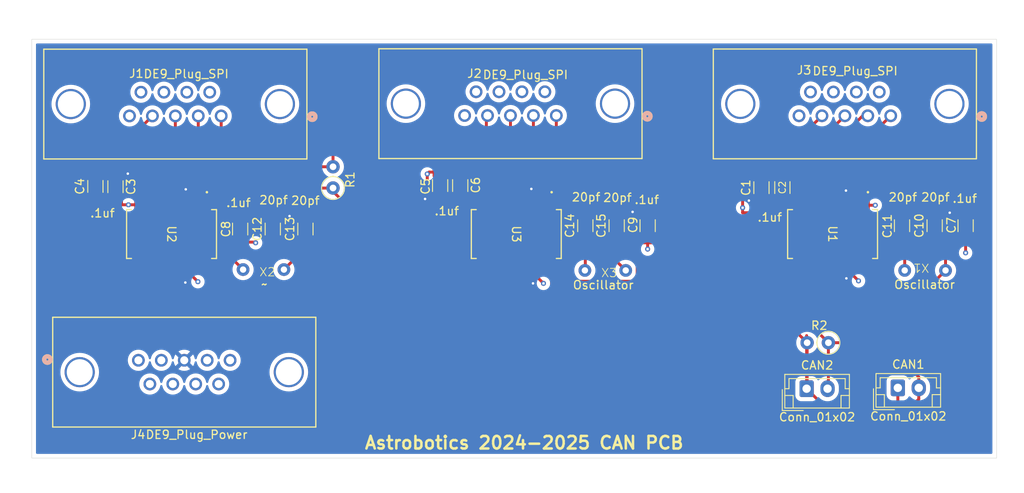
<source format=kicad_pcb>
(kicad_pcb (version 20240108) (generator "pcbnew") (generator_version "8.0")
  (layers (0 "F.Cu" signal) (1 "In1.Cu" signal) (2 "In2.Cu" signal) (31 "B.Cu" signal) (34 "B.Paste" user) (35 "F.Paste" user) (36 "B.SilkS" user "B.Silkscreen") (37 "F.SilkS" user "F.Silkscreen") (38 "B.Mask" user) (39 "F.Mask" user) (44 "Edge.Cuts" user))
  (net 0 "")
  (net 1 "GND")
  (net 2 "3.3v")
  (net 3 "5v")
  (net 4 "Net-(U1-OSC1)")
  (net 5 "Net-(U1-OSC2)")
  (net 6 "Net-(U2-OSC1)")
  (net 7 "Net-(U2-OSC2)")
  (net 8 "Net-(U3-OSC1)")
  (net 9 "Net-(U3-OSC2)")
  (net 10 "Net-(CAN1-Pin_2)")
  (net 11 "Net-(CAN1-Pin_1)")
  (net 12 "SDO PI")
  (net 16 "Chip Select")
  (net 17 "SDI PI")
  (net 20 "SPI Clock")
  (net 23 "SDO PI 2")
  (net 24 "SPI Clock 2")
  (net 28 "SDI PI 2")
  (net 29 "Chip Select 2")
  (net 30 "Chip Select 3")
  (net 32 "SPI Clock 3")
  (net 34 "SDI PI 3")
  (net 36 "SDO PI 3")
  (net 49 "Net-(U1-TXCAN)")
  (net 53 "Net-(U1-RXCAN)")
  (net 65 "Net-(U2-TXCAN)")
  (net 67 "Net-(U2-RXCAN)")
  (net 69 "Net-(U3-TXCAN)")
  (net 77 "Net-(U3-RXCAN)")
  (footprint "Capacitor_SMD:C_1206_3216Metric_Pad1.33x1.80mm_HandSolder" (layer "F.Cu") (at 108 31.4375 -90)
    (property "Reference" "C2" (hide yes))
    (property "Value" ".1uf" (hide yes))
  )
  (footprint "Library_costume:28L-SSOP_MCH" (layer "F.Cu") (at 76.2 37 -90)
    (property "Reference" "U3")
    (property "Value" "MCP251863T-H/SS")
  )
  (footprint "Capacitor_SMD:C_1206_3216Metric_Pad1.33x1.80mm_HandSolder" (layer "F.Cu") (at 47.1 36.4 90)
    (property "Reference" "C12")
    (property "Value" "20pf")
  )
  (footprint "Library_costume:CONN_64TXLF_AMP" (layer "F.Cu") (at 120.95 22.85 180)
    (property "Reference" "J3")
    (property "Value" "DE9_Plug_SPI")
  )
  (footprint "Capacitor_SMD:C_1206_3216Metric_Pad1.33x1.80mm_HandSolder" (layer "F.Cu") (at 67.1 31.2 90)
    (property "Reference" "C5")
    (property "Value" ".1uf" (hide yes))
  )
  (footprint "Connector_JST:JST_EH_B2B-EH-A_1x02_P2.50mm_Vertical" (layer "F.Cu") (at 121.8 55.4)
    (property "Reference" "CAN1")
    (property "Value" "Conn_01x02")
  )
  (footprint "Capacitor_SMD:C_1206_3216Metric_Pad1.33x1.80mm_HandSolder" (layer "F.Cu") (at 43.2 36.4 -90)
    (property "Reference" "C8")
    (property "Value" ".1uf")
  )
  (footprint "Capacitor_SMD:C_1206_3216Metric_Pad1.33x1.80mm_HandSolder" (layer "F.Cu") (at 28.3 31.3375 -90)
    (property "Reference" "C3")
    (property "Value" ".1uf")
  )
  (footprint "Library_costume:FC4STCBMF20.0" (layer "F.Cu") (at 84.3 41.35)
    (property "Reference" "X3")
    (property "Value" "~" (hide yes))
  )
  (footprint "Connector_JST:JST_EH_B2B-EH-A_1x02_P2.50mm_Vertical" (layer "F.Cu") (at 110.9 55.5)
    (property "Reference" "CAN2")
    (property "Value" "Conn_01x02")
  )
  (footprint "Capacitor_SMD:C_1206_3216Metric_Pad1.33x1.80mm_HandSolder" (layer "F.Cu") (at 88.2 36 90)
    (property "Reference" "C15")
    (property "Value" "20pf")
  )
  (footprint "Library_costume:CONN_64TXLF_AMP" (layer "F.Cu") (at 31.040002 52.1)
    (property "Reference" "J4")
    (property "Value" "DE9_Plug_Power")
  )
  (footprint "Resistor_THT:R_Axial_DIN0207_L6.3mm_D2.5mm_P2.54mm_Vertical" (layer "F.Cu") (at 54.3 31.49 90)
    (property "Reference" "R1")
    (property "Value" "120" (hide yes))
  )
  (footprint "Capacitor_SMD:C_1206_3216Metric_Pad1.33x1.80mm_HandSolder" (layer "F.Cu") (at 25.9 31.3 90)
    (property "Reference" "C4")
    (property "Value" ".1uf" (hide yes))
  )
  (footprint "Library_costume:CONN_64TXLF_AMP" (layer "F.Cu") (at 40.9353 22.8703 180)
    (property "Reference" "J1")
    (property "Value" "DE9_Plug_SPI")
  )
  (footprint "Library_costume:FC4STCBMF20.0" (layer "F.Cu") (at 127.6 41.35 180)
    (property "Reference" "X1")
    (property "Value" "~" (hide yes))
  )
  (footprint "Capacitor_SMD:C_1206_3216Metric_Pad1.33x1.80mm_HandSolder" (layer "F.Cu") (at 69.5 31.2 -90)
    (property "Reference" "C6")
    (property "Value" ".1uf")
  )
  (footprint "Capacitor_SMD:C_1206_3216Metric_Pad1.33x1.80mm_HandSolder" (layer "F.Cu") (at 91.9 36 -90)
    (property "Reference" "C9")
    (property "Value" ".1uf")
  )
  (footprint "Library_costume:FC4STCBMF20.0" (layer "F.Cu") (at 43.45 41.25)
    (property "Reference" "X2")
    (property "Value" "~")
  )
  (footprint "Library_costume:28L-SSOP_MCH" (layer "F.Cu") (at 35 37 -90)
    (property "Reference" "U2")
    (property "Value" "MCP251863T-H/SS")
  )
  (footprint "Capacitor_SMD:C_1206_3216Metric_Pad1.33x1.80mm_HandSolder" (layer "F.Cu") (at 105.5 31.45 90)
    (property "Reference" "C1")
    (property "Value" ".1uf")
  )
  (footprint "Capacitor_SMD:C_1206_3216Metric_Pad1.33x1.80mm_HandSolder" (layer "F.Cu") (at 129.9 36 -90)
    (property "Reference" "C7")
    (property "Value" ".1uf")
  )
  (footprint "Capacitor_SMD:C_1206_3216Metric_Pad1.33x1.80mm_HandSolder" (layer "F.Cu") (at 51 36.4 90)
    (property "Reference" "C13")
    (property "Value" "20pf")
  )
  (footprint "Capacitor_SMD:C_1206_3216Metric_Pad1.33x1.80mm_HandSolder" (layer "F.Cu") (at 122.3 36 90)
    (property "Reference" "C11")
    (property "Value" "20pf")
  )
  (footprint "Library_costume:28L-SSOP_MCH" (layer "F.Cu") (at 114 37 -90)
    (property "Reference" "U1")
    (property "Value" "MCP251863T-H/SS")
  )
  (footprint "Capacitor_SMD:C_1206_3216Metric_Pad1.33x1.80mm_HandSolder" (layer "F.Cu") (at 126.2 36 90)
    (property "Reference" "C10")
    (property "Value" "20pf")
  )
  (footprint "Capacitor_SMD:C_1206_3216Metric_Pad1.33x1.80mm_HandSolder" (layer "F.Cu") (at 84.45 36 90)
    (property "Reference" "C14")
    (property "Value" "20pf")
  )
  (footprint "Library_costume:CONN_64TXLF_AMP" (layer "F.Cu") (at 80.9853 22.8203 180)
    (property "Reference" "J2")
    (property "Value" "DE9_Plug_SPI")
  )
  (footprint "Resistor_THT:R_Axial_DIN0207_L6.3mm_D2.5mm_P2.54mm_Vertical" (layer "F.Cu") (at 113.5 50 180)
    (property "Reference" "R2")
    (property "Value" "120" (hide yes))
  )
  (gr_rect (start 18.3 13.7) (end 133.6 63.8) (stroke (width 0.05)) (fill none) (layer "Edge.Cuts"))
  (gr_text "Astrobotics 2024-2025 CAN PCB" (at 57.95 62.85 0) (layer "F.SilkS") (effects (font (size 1.5 1.5) (thickness 0.3) (bold yes)) (justify left bottom)))
  (segment (start 36.625001 40.500001) (end 36.625001 42.775001) (width 0.35) (layer "F.Cu") (net 1))
  (segment (start 105.4875 33) (end 105.5 33.0125) (width 0.35) (layer "F.Cu") (net 1))
  (segment (start 127.9875 34.4375) (end 128 34.45) (width 0.35) (layer "F.Cu") (net 1))
  (segment (start 78.0693 39) (end 77.825001 39.244299) (width 0.35) (layer "F.Cu") (net 1))
  (segment (start 105.5125 33) (end 105.5 33.0125) (width 0.35) (layer "F.Cu") (net 1))
  (segment (start 90.625 38.24081) (end 90.65 38.26581) (width 0.35) (layer "F.Cu") (net 1))
  (segment (start 67.1 32.7625) (end 65.3375 32.7625) (width 0.35) (layer "F.Cu") (net 1))
  (segment (start 77.825001 31.774999) (end 78 31.6) (width 0.35) (layer "F.Cu") (net 1))
  (segment (start 77.825001 32.025001) (end 77.825001 31.774999) (width 0.35) (layer "F.Cu") (net 1))
  (segment (start 115.625001 31.825001) (end 115.625001 33.499999) (width 0.35) (layer "F.Cu") (net 1))
  (segment (start 126.2 34.4375) (end 122.3 34.4375) (width 0.35) (layer "F.Cu") (net 1))
  (segment (start 77.825001 41.777101) (end 77.825001 42.525001) (width 0.35) (layer "F.Cu") (net 1))
  (segment (start 90.65 42.05) (end 90.05 42.65) (width 0.35) (layer "F.Cu") (net 1))
  (segment (start 88.2 34.4375) (end 84.45 34.4375) (width 0.35) (layer "F.Cu") (net 1))
  (segment (start 35.325001 40.500001) (end 35.325001 39.424999) (width 0.35) (layer "F.Cu") (net 1))
  (segment (start 76.525001 40.500001) (end 76.525001 39.372901) (width 0.2) (layer "F.Cu") (net 1))
  (segment (start 115.625001 41.998069) (end 115.503599 42.119471) (width 0.2) (layer "F.Cu") (net 1))
  (segment (start 81.4 39) (end 78.0693 39) (width 0.35) (layer "F.Cu") (net 1))
  (segment (start 36.625001 38.974999) (end 36.625001 40.500001) (width 0.35) (layer "F.Cu") (net 1))
  (segment (start 115.65 41.8521) (end 115.65 42.3) (width 0.35) (layer "F.Cu") (net 1))
  (segment (start 77.825001 42.525001) (end 78.2 42.9) (width 0.35) (layer "F.Cu") (net 1))
  (segment (start 25.9375 29.775) (end 25.9 29.7375) (width 0.35) (layer "F.Cu") (net 1))
  (segment (start 77.825001 33.499999) (end 77.825001 32.025001) (width 0.35) (layer "F.Cu") (net 1))
  (segment (start 88.2 34.4375) (end 90.0125 34.4375) (width 0.35) (layer "F.Cu") (net 1))
  (segment (start 69.5104 32.7625) (end 69.5 32.7625) (width 0.35) (layer "F.Cu") (net 1))
  (segment (start 28.3 29.775) (end 25.9375 29.775) (width 0.35) (layer "F.Cu") (net 1))
  (segment (start 115.6 31.8) (end 115.625001 31.825001) (width 0.35) (layer "F.Cu") (net 1))
  (segment (start 36.625001 42.775001) (end 36.65 42.8) (width 0.35) (layer "F.Cu") (net 1))
  (segment (start 81.4 42.173501) (end 81.4 39) (width 0.35) (layer "F.Cu") (net 1))
  (segment (start 126.2 34.4375) (end 127.9875 34.4375) (width 0.35) (layer "F.Cu") (net 1))
  (segment (start 104 33) (end 105.4875 33) (width 0.35) (layer "F.Cu") (net 1))
  (segment (start 49.1125 34.8375) (end 49.1 34.85) (width 0.35) (layer "F.Cu") (net 1))
  (segment (start 35.8 38.95) (end 36.600002 38.95) (width 0.35) (layer "F.Cu") (net 1))
  (segment (start 115.625001 41.777101) (end 115.600001 41.802101) (width 0.35) (layer "F.Cu") (net 1))
  (segment (start 35.325001 39.424999) (end 35.8 38.95) (width 0.35) (layer "F.Cu") (net 1))
  (segment (start 65.3375 32.7625) (end 65.3 32.8) (width 0.35) (layer "F.Cu") (net 1))
  (segment (start 128.0125 34.4375) (end 128 34.45) (width 0.35) (layer "F.Cu") (net 1))
  (segment (start 36.724999 32.300002) (end 36.625001 32.4) (width 0.35) (layer "F.Cu") (net 1))
  (segment (start 115.503599 42.119471) (end 115.503599 39.272901) (width 0.2) (layer "F.Cu") (net 1))
  (segment (start 91.9 34.4375) (end 90.625 35.7125) (width 0.35) (layer "F.Cu") (net 1))
  (segment (start 115.625001 40.500001) (end 115.625001 41.998069) (width 0.2) (layer "F.Cu") (net 1))
  (segment (start 122.3 33.85) (end 122.3 34.4375) (width 0.35) (layer "F.Cu") (net 1))
  (segment (start 114.325001 39.394299) (end 114.325001 40.500001) (width 0.2) (layer "F.Cu") (net 1))
  (segment (start 90.65 38.26581) (end 90.65 42.05) (width 0.35) (layer "F.Cu") (net 1))
  (segment (start 115.625001 40.500001) (end 115.625001 41.777101) (width 0.35) (layer "F.Cu") (net 1))
  (segment (start 47.1 34.8375) (end 43.2 34.8375) (width 0.35) (layer "F.Cu") (net 1))
  (segment (start 36.625001 32.4) (end 36.625001 32.222899) (width 0.35) (layer "F.Cu") (net 1))
  (segment (start 36.7 31.65) (end 36.724999 31.674999) (width 0.35) (layer "F.Cu") (net 1))
  (segment (start 90.05 42.65) (end 81.876499 42.65) (width 0.35) (layer "F.Cu") (net 1))
  (segment (start 90.625 35.7125) (end 90.625 38.24081) (width 0.35) (layer "F.Cu") (net 1))
  (segment (start 47.1 34.8375) (end 49.0875 34.8375) (width 0.35) (layer "F.Cu") (net 1))
  (segment (start 91.9 34.4375) (end 90.1875 34.4375) (width 0.35) (layer "F.Cu") (net 1))
  (segment (start 36.625001 33.499999) (end 36.625001 32.4) (width 0.35) (layer "F.Cu") (net 1))
  (segment (start 115.503599 39.272901) (end 114.446399 39.272901) (width 0.2) (layer "F.Cu") (net 1))
  (segment (start 115.600001 41.802101) (end 115.65 41.8521) (width 0.35) (layer "F.Cu") (net 1))
  (segment (start 114.446399 39.272901) (end 114.325001 39.394299) (width 0.2) (layer "F.Cu") (net 1))
  (segment (start 36.600002 38.95) (end 36.625001 38.974999) (width 0.35) (layer "F.Cu") (net 1))
  (segment (start 77.825001 40.500001) (end 77.825001 41.777101) (width 0.35) (layer "F.Cu") (net 1))
  (segment (start 49.0875 34.8375) (end 49.1 34.85) (width 0.35) (layer "F.Cu") (net 1))
  (segment (start 29.775 29.775) (end 28.3 29.775) (width 0.35) (layer "F.Cu") (net 1))
  (segment (start 90.1875 34.4375) (end 90.1 34.35) (width 0.35) (layer "F.Cu") (net 1))
  (segment (start 36.724999 31.674999) (end 36.724999 32.300002) (width 0.35) (layer "F.Cu") (net 1))
  (segment (start 67.1 32.7625) (end 69.5 32.7625) (width 0.35) (layer "F.Cu") (net 1))
  (segment (start 76.897902 39) (end 78.0693 39) (width 0.2) (layer "F.Cu") (net 1))
  (segment (start 90.0125 34.4375) (end 90.1 34.35) (width 0.35) (layer "F.Cu") (net 1))
  (segment (start 81.876499 42.65) (end 81.4 42.173501) (width 0.35) (layer "F.Cu") (net 1))
  (segment (start 77.825001 39.244299) (end 77.825001 40.500001) (width 0.35) (layer "F.Cu") (net 1))
  (segment (start 51 34.8375) (end 49.1125 34.8375) (width 0.35) (layer "F.Cu") (net 1))
  (segment (start 76.525001 39.372901) (end 76.897902 39) (width 0.2) (layer "F.Cu") (net 1))
  (segment (start 129.9 34.4375) (end 128.0125 34.4375) (width 0.35) (layer "F.Cu") (net 1))
  (segment (start 25.3 29.875) (end 25.4125 29.875) (width 0.35) (layer "F.Cu") (net 1))
  (segment (start 108 33) (end 105.5125 33) (width 0.35) (layer "F.Cu") (net 1))
  (via (at 115.6 31.8) (size 0.6) (drill 0.3) (layers "F.Cu" "B.Cu") (net 1))
  (via (at 49.1 34.85) (size 0.6) (drill 0.3) (layers "F.Cu" "B.Cu") (net 1))
  (via (at 128 34.45) (size 0.6) (drill 0.3) (layers "F.Cu" "B.Cu") (net 1))
  (via (at 115.65 42.3) (size 0.6) (drill 0.3) (layers "F.Cu" "B.Cu") (net 1))
  (via (at 78 31.6) (size 0.6) (drill 0.3) (layers "F.Cu" "B.Cu") (net 1))
  (via (at 78.2 42.9) (size 0.6) (drill 0.3) (layers "F.Cu" "B.Cu") (net 1))
  (via (at 29.775 29.775) (size 0.6) (drill 0.3) (layers "F.Cu" "B.Cu") (net 1))
  (via (at 104 33) (size 0.6) (drill 0.3) (layers "F.Cu" "B.Cu") (net 1))
  (via (at 36.7 31.65) (size 0.6) (drill 0.3) (layers "F.Cu" "B.Cu") (net 1))
  (via (at 65.3 32.8) (size 0.6) (drill 0.3) (layers "F.Cu" "B.Cu") (net 1))
  (via (at 36.65 42.8) (size 0.6) (drill 0.3) (layers "F.Cu" "B.Cu") (net 1))
  (via (at 90.1 34.35) (size 0.6) (drill 0.3) (layers "F.Cu" "B.Cu") (net 1))
  (segment (start 65.7625 29.6375) (end 65.75 29.625) (width 0.35) (layer "F.Cu") (net 2))
  (segment (start 71.975002 33.499999) (end 71.475001 34) (width 0.35) (layer "F.Cu") (net 2))
  (segment (start 25.9375 32.9) (end 25.9 32.8625) (width 0.35) (layer "F.Cu") (net 2))
  (segment (start 103.25 34.45) (end 103.25 33.85) (width 0.35) (layer "F.Cu") (net 2))
  (segment (start 103.25 33.85) (end 103.25 31.45) (width 0.35) (layer "F.Cu") (net 2))
  (segment (start 28.3 32.9) (end 25.9375 32.9) (width 0.35) (layer "F.Cu") (net 2))
  (segment (start 39.225 33.499999) (end 39.225 34.777099) (width 0.35) (layer "F.Cu") (net 2))
  (segment (start 71.975002 34.904918) (end 72.670084 35.6) (width 0.35) (layer "F.Cu") (net 2))
  (segment (start 79.580698 35.6) (end 80.425 34.755698) (width 0.35) (layer "F.Cu") (net 2))
  (segment (start 30.775002 33.499999) (end 30.775002 35.374998) (width 0.35) (layer "F.Cu") (net 2))
  (segment (start 65.5625 30.9375) (end 65.5625 29.8125) (width 0.35) (layer "F.Cu") (net 2))
  (segment (start 67.1 29.5875) (end 65.7875 29.5875) (width 0.35) (layer "F.Cu") (net 2))
  (segment (start 118.275001 33.55) (end 118.225 33.499999) (width 0.35) (layer "F.Cu") (net 2))
  (segment (start 29.85 33.499999) (end 28.899999 33.499999) (width 0.35) (layer "F.Cu") (net 2))
  (segment (start 72.670084 35.6) (end 79.580698 35.6) (width 0.35) (layer "F.Cu") (net 2))
  (segment (start 103.25 31.45) (end 104.8125 29.8875) (width 0.35) (layer "F.Cu") (net 2))
  (segment (start 64 32.5) (end 65.5625 30.9375) (width 0.35) (layer "F.Cu") (net 2))
  (segment (start 69.5 29.6375) (end 67.15 29.6375) (width 0.35) (layer "F.Cu") (net 2))
  (segment (start 65.6125 29.7625) (end 65.75 29.625) (width 0.35) (layer "F.Cu") (net 2))
  (segment (start 65.1 34) (end 64 32.9) (width 0.35) (layer "F.Cu") (net 2))
  (segment (start 39.225 34.777099) (end 38.502099 35.5) (width 0.35) (layer "F.Cu") (net 2))
  (segment (start 119.1 33.55) (end 118.275001 33.55) (width 0.35) (layer "F.Cu") (net 2))
  (segment (start 71.975002 33.499999) (end 71.975002 34.904918) (width 0.35) (layer "F.Cu") (net 2))
  (segment (start 80.425 34.755698) (end 80.425 33.499999) (width 0.35) (layer "F.Cu") (net 2))
  (segment (start 30.900004 35.5) (end 30.775002 35.374998) (width 0.35) (layer "F.Cu") (net 2))
  (segment (start 108.50331 34.45) (end 103.25 34.45) (width 0.35) (layer "F.Cu") (net 2))
  (segment (start 64 32.9) (end 64 32.5) (width 0.35) (layer "F.Cu") (net 2))
  (segment (start 38.502099 35.5) (end 30.900004 35.5) (width 0.35) (layer "F.Cu") (net 2))
  (segment (start 105.5125 29.875) (end 105.5 29.8875) (width 0.35) (layer "F.Cu") (net 2))
  (segment (start 65.5625 29.8125) (end 65.6125 29.7625) (width 0.35) (layer "F.Cu") (net 2))
  (segment (start 109.775002 33.178308) (end 108.50331 34.45) (width 0.35) (layer "F.Cu") (net 2))
  (segment (start 108 29.875) (end 105.5125 29.875) (width 0.35) (layer "F.Cu") (net 2))
  (segment (start 28.899999 33.499999) (end 28.3 32.9) (width 0.35) (layer "F.Cu") (net 2))
  (segment (start 109.775002 33.499999) (end 109.775002 33.178308) (width 0.35) (layer "F.Cu") (net 2))
  (segment (start 65.7875 29.5875) (end 65.6125 29.7625) (width 0.35) (layer "F.Cu") (net 2))
  (segment (start 30.775002 33.499999) (end 29.85 33.499999) (width 0.35) (layer "F.Cu") (net 2))
  (segment (start 104.8125 29.8875) (end 105.5 29.8875) (width 0.35) (layer "F.Cu") (net 2))
  (segment (start 67.15 29.6375) (end 67.1 29.5875) (width 0.35) (layer "F.Cu") (net 2))
  (segment (start 71.475001 34) (end 65.1 34) (width 0.35) (layer "F.Cu") (net 2))
  (via (at 119.1 33.55) (size 0.6) (drill 0.3) (layers "F.Cu" "B.Cu") (net 2))
  (via (at 103.25 33.85) (size 0.6) (drill 0.3) (layers "F.Cu" "B.Cu") (net 2))
  (via (at 29.85 33.499999) (size 0.6) (drill 0.3) (layers "F.Cu" "B.Cu") (net 2))
  (via (at 65.5625 29.8125) (size 0.6) (drill 0.3) (layers "F.Cu" "B.Cu") (net 2))
  (segment (start 78.474999 41.924999) (end 79.45 42.9) (width 0.35) (layer "F.Cu") (net 3))
  (segment (start 129.9 37.5625) (end 129.9 39.25) (width 0.35) (layer "F.Cu") (net 3))
  (segment (start 44.9625 37.9625) (end 45.05 38.05) (width 0.35) (layer "F.Cu") (net 3))
  (segment (start 78.474999 40.500001) (end 78.474999 41.924999) (width 0.35) (layer "F.Cu") (net 3))
  (segment (start 116.274999 41.774999) (end 117.1 42.6) (width 0.35) (layer "F.Cu") (net 3))
  (segment (start 116.274999 40.500001) (end 116.274999 41.774999) (width 0.35) (layer "F.Cu") (net 3))
  (segment (start 91.9 38.8) (end 91.9 37.5625) (width 0.35) (layer "F.Cu") (net 3))
  (segment (start 37.274999 41.824999) (end 37.274999 40.500001) (width 0.35) (layer "F.Cu") (net 3))
  (segment (start 43.2 37.9625) (end 44.9625 37.9625) (width 0.35) (layer "F.Cu") (net 3))
  (segment (start 38.15 42.7) (end 37.274999 41.824999) (width 0.35) (layer "F.Cu") (net 3))
  (via (at 45.05 38.05) (size 0.6) (drill 0.3) (layers "F.Cu" "B.Cu") (net 3))
  (via (at 129.9 39.25) (size 0.6) (drill 0.3) (layers "F.Cu" "B.Cu") (net 3))
  (via (at 79.45 42.9) (size 0.6) (drill 0.3) (layers "F.Cu" "B.Cu") (net 3))
  (via (at 38.15 42.7) (size 0.6) (drill 0.3) (layers "F.Cu" "B.Cu") (net 3))
  (via (at 117.1 42.6) (size 0.6) (drill 0.3) (layers "F.Cu" "B.Cu") (net 3))
  (via (at 91.9 38.8) (size 0.6) (drill 0.3) (layers "F.Cu" "B.Cu") (net 3))
  (segment (start 121.9 43.05) (end 125.8 43.05) (width 0.35) (layer "F.Cu") (net 4))
  (segment (start 127.5 38.8625) (end 126.2 37.5625) (width 0.35) (layer "F.Cu") (net 4))
  (segment (start 113.674999 39.372119) (end 114.797118 38.25) (width 0.35) (layer "F.Cu") (net 4))
  (segment (start 127.5 41.35) (end 127.5 38.8625) (width 0.35) (layer "F.Cu") (net 4))
  (segment (start 119.4 40.55) (end 121.9 43.05) (width 0.35) (layer "F.Cu") (net 4))
  (segment (start 125.8 43.05) (end 127.5 41.35) (width 0.35) (layer "F.Cu") (net 4))
  (segment (start 114.797118 38.25) (end 119.4 38.25) (width 0.35) (layer "F.Cu") (net 4))
  (segment (start 119.4 38.25) (end 119.4 40.55) (width 0.35) (layer "F.Cu") (net 4))
  (segment (start 113.674999 40.500001) (end 113.674999 39.372119) (width 0.35) (layer "F.Cu") (net 4))
  (segment (start 122.62 37.8825) (end 122.3 37.5625) (width 0.35) (layer "F.Cu") (net 5))
  (segment (start 114.7068 37.5625) (end 122.3 37.5625) (width 0.35) (layer "F.Cu") (net 5))
  (segment (start 122.62 41.35) (end 122.62 37.8825) (width 0.35) (layer "F.Cu") (net 5))
  (segment (start 122.3 37.5625) (end 121.887501 37.974999) (width 0.35) (layer "F.Cu") (net 5))
  (segment (start 113.025001 40.500001) (end 113.025001 39.244299) (width 0.35) (layer "F.Cu") (net 5))
  (segment (start 113.025001 39.244299) (end 114.7068 37.5625) (width 0.35) (layer "F.Cu") (net 5))
  (segment (start 42.15 36.7) (end 41.497901 37.352099) (width 0.35) (layer "F.Cu") (net 6))
  (segment (start 47.1 37.9625) (end 45.8375 36.7) (width 0.35) (layer "F.Cu") (net 6))
  (segment (start 43.55 41.25) (end 41.497901 39.197901) (width 0.35) (layer "F.Cu") (net 6))
  (segment (start 34.674999 39.244303) (end 34.674999 40.500001) (width 0.35) (layer "F.Cu") (net 6))
  (segment (start 45.8375 36.7) (end 42.15 36.7) (width 0.35) (layer "F.Cu") (net 6))
  (segment (start 41.497901 39.197901) (end 40.65 38.35) (width 0.35) (layer "F.Cu") (net 6))
  (segment (start 40.65 38.35) (end 35.569302 38.35) (width 0.35) (layer "F.Cu") (net 6))
  (segment (start 35.569302 38.35) (end 34.674999 39.244303) (width 0.35) (layer "F.Cu") (net 6))
  (segment (start 41.497901 37.352099) (end 41.497901 39.197901) (width 0.35) (layer "F.Cu") (net 6))
  (segment (start 36.991484 36.15) (end 34.025001 39.116483) (width 0.35) (layer "F.Cu") (net 7))
  (segment (start 51 37.9625) (end 51 38.68) (width 0.35) (layer "F.Cu") (net 7))
  (segment (start 51 38.68) (end 48.43 41.25) (width 0.35) (layer "F.Cu") (net 7))
  (segment (start 49.1875 36.15) (end 36.991484 36.15) (width 0.35) (layer "F.Cu") (net 7))
  (segment (start 34.025001 39.116483) (end 34.025001 40.500001) (width 0.35) (layer "F.Cu") (net 7))
  (segment (start 51 37.9625) (end 49.1875 36.15) (width 0.35) (layer "F.Cu") (net 7))
  (segment (start 84.45 41.3) (end 84.4 41.35) (width 0.35) (layer "F.Cu") (net 8))
  (segment (start 84.45 37.5625) (end 84.45 41.3) (width 0.35) (layer "F.Cu") (net 8))
  (segment (start 75.874999 40.500001) (end 75.874999 39.222901) (width 0.35) (layer "F.Cu") (net 8))
  (segment (start 77.5354 37.5625) (end 84.45 37.5625) (width 0.35) (layer "F.Cu") (net 8))
  (segment (start 75.874999 39.222901) (end 77.5354 37.5625) (width 0.35) (layer "F.Cu") (net 8))
  (segment (start 84.1625 37.85) (end 84.45 37.5625) (width 0.35) (layer "F.Cu") (net 8))
  (segment (start 86.8875 36.25) (end 88.2 37.5625) (width 0.35) (layer "F.Cu") (net 9))
  (segment (start 75.225001 40.500001) (end 75.225001 37.174999) (width 0.35) (layer "F.Cu") (net 9))
  (segment (start 75.225001 37.174999) (end 76.15 36.25) (width 0.35) (layer "F.Cu") (net 9))
  (segment (start 88.2 37.5625) (end 88.2 40.27) (width 0.35) (layer "F.Cu") (net 9))
  (segment (start 88.2 40.27) (end 89.28 41.35) (width 0.35) (layer "F.Cu") (net 9))
  (segment (start 76.15 36.25) (end 86.8875 36.25) (width 0.35) (layer "F.Cu") (net 9))
  (segment (start 79.125 33.499999) (end 79.125 32.222899) (width 0.35) (layer "F.Cu") (net 10))
  (segment (start 124.395 55.305) (end 124.3 55.4) (width 0.35) (layer "F.Cu") (net 10))
  (segment (start 37.925 33.499999) (end 37.925 32.350716) (width 0.35) (layer "F.Cu") (net 10))
  (segment (start 116.925 33.499999) (end 116.925 34.777099) (width 0.35) (layer "F.Cu") (net 10))
  (segment (start 106.75 55.65) (end 111.65 60.55) (width 0.35) (layer "F.Cu") (net 10))
  (segment (start 79.125 32.222899) (end 79.347899 32) (width 0.35) (layer "F.Cu") (net 10))
  (segment (start 124.3 56.75) (end 124.3 55.4) (width 0.35) (layer "F.Cu") (net 10))
  (segment (start 116.925 34.777099) (end 115.002099 36.7) (width 0.35) (layer "F.Cu") (net 10))
  (segment (start 91.65 32) (end 105.45 45.8) (width 0.35) (layer "F.Cu") (net 10))
  (segment (start 113.5 55.4) (end 113.4 55.5) (width 0.35) (layer "F.Cu") (net 10))
  (segment (start 104.4 44.75) (end 105.45 45.8) (width 0.35) (layer "F.Cu") (net 10))
  (segment (start 105.45 45.8) (end 106.75 47.1) (width 0.35) (layer "F.Cu") (net 10))
  (segment (start 53.9 31.5) (end 67.15 44.75) (width 0.35) (layer "F.Cu") (net 10))
  (segment (start 120.5 60.55) (end 124.3 56.75) (width 0.35) (layer "F.Cu") (net 10))
  (segment (start 113.5 50) (end 120.2 50) (width 0.35) (layer "F.Cu") (net 10))
  (segment (start 120.2 50) (end 124.3 54.1) (width 0.35) (layer "F.Cu") (net 10))
  (segment (start 110.85 36.7) (end 108.5 39.05) (width 0.35) (layer "F.Cu") (net 10))
  (segment (start 79.347899 32) (end 91.65 32) (width 0.35) (layer "F.Cu") (net 10))
  (segment (start 38.775716 31.5) (end 53.9 31.5) (width 0.35) (layer "F.Cu") (net 10))
  (segment (start 113.5 50) (end 113.5 55.4) (width 0.35) (layer "F.Cu") (net 10))
  (segment (start 111.65 60.55) (end 120.5 60.55) (width 0.35) (layer "F.Cu") (net 10))
  (segment (start 115.002099 36.7) (end 110.85 36.7) (width 0.35) (layer "F.Cu") (net 10))
  (segment (start 67.15 44.75) (end 104.4 44.75) (width 0.35) (layer "F.Cu") (net 10))
  (segment (start 106.75 47.1) (end 106.75 55.65) (width 0.35) (layer "F.Cu") (net 10))
  (segment (start 108.5 39.05) (end 108.5 45) (width 0.35) (layer "F.Cu") (net 10))
  (segment (start 108.5 45) (end 113.5 50) (width 0.35) (layer "F.Cu") (net 10))
  (segment (start 124.3 54.1) (end 124.3 55.4) (width 0.35) (layer "F.Cu") (net 10))
  (segment (start 37.925 32.350716) (end 38.775716 31.5) (width 0.35) (layer "F.Cu") (net 10))
  (segment (start 54.3 28.95) (end 40.547898 28.95) (width 0.35) (layer "F.Cu") (net 11))
  (segment (start 121.855 55.345) (end 121.8 55.4) (width 0.35) (layer "F.Cu") (net 11))
  (segment (start 40.547898 28.95) (end 37.274999 32.222899) (width 0.35) (layer "F.Cu") (net 11))
  (segment (start 92.35 20.05) (end 89.55 17.25) (width 0.35) (layer "F.Cu") (net 11))
  (segment (start 121.8 57.7) (end 121.8 55.4) (width 0.35) (layer "F.Cu") (net 11))
  (segment (start 54.3 24.6) (end 54.3 28.95) (width 0.35) (layer "F.Cu") (net 11))
  (segment (start 92.8 30.6) (end 101 38.8) (width 0.35) (layer "F.Cu") (net 11))
  (segment (start 110.96 50) (end 110.96 55.44) (width 0.35) (layer "F.Cu") (net 11))
  (segment (start 89.55 17.25) (end 61.65 17.25) (width 0.35) (layer "F.Cu") (net 11))
  (segment (start 110.96 55.44) (end 110.9 55.5) (width 0.35) (layer "F.Cu") (net 11))
  (segment (start 79.970081 30.6) (end 78.474999 32.095082) (width 0.35) (layer "F.Cu") (net 11))
  (segment (start 107.75 46.79) (end 110.96 50) (width 0.35) (layer "F.Cu") (net 11))
  (segment (start 78.474999 32.095082) (end 78.474999 33.499999) (width 0.35) (layer "F.Cu") (net 11))
  (segment (start 92.35 30.6) (end 79.970081 30.6) (width 0.35) (layer "F.Cu") (net 11))
  (segment (start 92.35 30.6) (end 92.8 30.6) (width 0.35) (layer "F.Cu") (net 11))
  (segment (start 116.274999 33.499999) (end 116.274999 34.649282) (width 0.35) (layer "F.Cu") (net 11))
  (segment (start 61.65 17.25) (end 54.3 24.6) (width 0.35) (layer "F.Cu") (net 11))
  (segment (start 113.9 58.5) (end 121 58.5) (width 0.35) (layer "F.Cu") (net 11))
  (segment (start 110.9 55.5) (end 113.9 58.5) (width 0.35) (layer "F.Cu") (net 11))
  (segment (start 37.274999 32.222899) (end 37.274999 33.499999) (width 0.35) (layer "F.Cu") (net 11))
  (segment (start 92.35 30.6) (end 92.35 20.05) (width 0.35) (layer "F.Cu") (net 11))
  (segment (start 110.9 55.5) (end 110.9 49.15) (width 0.35) (layer "F.Cu") (net 11))
  (segment (start 110.65 35.9) (end 107.75 38.8) (width 0.35) (layer "F.Cu") (net 11))
  (segment (start 115.024281 35.9) (end 110.65 35.9) (width 0.35) (layer "F.Cu") (net 11))
  (segment (start 121 58.5) (end 121.8 57.7) (width 0.35) (layer "F.Cu") (net 11))
  (segment (start 116.274999 34.649282) (end 115.024281 35.9) (width 0.35) (layer "F.Cu") (net 11))
  (segment (start 101 38.8) (end 107.75 38.8) (width 0.35) (layer "F.Cu") (net 11))
  (segment (start 107.75 38.8) (end 107.75 46) (width 0.35) (layer "F.Cu") (net 11))
  (segment (start 107.75 46) (end 107.75 46.79) (width 0.35) (layer "F.Cu") (net 11))
  (segment (start 33.375002 32.222899) (end 34.3 31.297901) (width 0.35) (layer "F.Cu") (net 12))
  (segment (start 34.3 29.35) (end 38.1953 25.4547) (width 0.35) (layer "F.Cu") (net 12))
  (segment (start 34.3 31.297901) (end 34.3 29.35) (width 0.35) (layer "F.Cu") (net 12))
  (segment (start 38.1953 25.4547) (end 38.1953 22.8703) (width 0.35) (layer "F.Cu") (net 12))
  (segment (start 33.375002 33.499999) (end 33.375002 32.222899) (width 0.35) (layer "F.Cu") (net 12))
  (segment (start 31.425001 24.1606) (end 32.715301 22.8703) (width 0.35) (layer "F.Cu") (net 16))
  (segment (start 31.425001 33.499999) (end 31.45 33.475) (width 0.35) (layer "F.Cu") (net 16))
  (segment (start 31.425001 33.499999) (end 31.425001 24.1606) (width 0.35) (layer "F.Cu") (net 16))
  (segment (start 35.455301 25.244699) (end 35.455301 22.8703) (width 0.35) (layer "F.Cu") (net 17))
  (segment (start 33.3 27.4) (end 35.455301 25.244699) (width 0.35) (layer "F.Cu") (net 17))
  (segment (start 32.725001 33.499999) (end 32.725001 32.095082) (width 0.35) (layer "F.Cu") (net 17))
  (segment (start 33.3 31.520083) (end 33.3 27.4) (width 0.35) (layer "F.Cu") (net 17))
  (segment (start 32.725001 32.095082) (end 33.3 31.520083) (width 0.35) (layer "F.Cu") (net 17))
  (segment (start 34.025001 32.350718) (end 40.9353 25.440419) (width 0.35) (layer "F.Cu") (net 20))
  (segment (start 34.025001 33.499999) (end 34.025001 32.350718) (width 0.35) (layer "F.Cu") (net 20))
  (segment (start 40.9353 25.440419) (end 40.9353 22.8703) (width 0.35) (layer "F.Cu") (net 20))
  (segment (start 74.575002 31.674998) (end 78.2453 28.0047) (width 0.35) (layer "F.Cu") (net 23))
  (segment (start 74.575002 33.499999) (end 74.575002 31.674998) (width 0.35) (layer "F.Cu") (net 23))
  (segment (start 78.2453 28.0047) (end 78.2453 22.8203) (width 0.35) (layer "F.Cu") (net 23))
  (segment (start 75.75 31.7) (end 75.225001 32.224999) (width 0.35) (layer "F.Cu") (net 24))
  (segment (start 80.9853 27.1147) (end 76.4 31.7) (width 0.35) (layer "F.Cu") (net 24))
  (segment (start 75.225001 32.224999) (end 75.225001 33.499999) (width 0.35) (layer "F.Cu") (net 24))
  (segment (start 80.9853 22.8203) (end 80.9853 27.1147) (width 0.35) (layer "F.Cu") (net 24))
  (segment (start 76.4 31.7) (end 75.75 31.7) (width 0.35) (layer "F.Cu") (net 24))
  (segment (start 73.925001 33.499999) (end 73.925001 30.224999) (width 0.35) (layer "F.Cu") (net 28))
  (segment (start 73.925001 30.224999) (end 75.505301 28.644699) (width 0.35) (layer "F.Cu") (net 28))
  (segment (start 75.505301 28.644699) (end 75.505301 22.8203) (width 0.35) (layer "F.Cu") (net 28))
  (segment (start 72.765301 22.8203) (end 72.625001 22.9606) (width 0.35) (layer "F.Cu") (net 29))
  (segment (start 72.625001 22.9606) (end 72.625001 32.959999) (width 0.35) (layer "F.Cu") (net 29))
  (segment (start 110.425001 33.499999) (end 110.425001 25.155) (width 0.35) (layer "F.Cu") (net 30))
  (segment (start 110.425001 25.155) (end 112.730001 22.85) (width 0.35) (layer "F.Cu") (net 30))
  (segment (start 117.05 25.05) (end 114.2 27.9) (width 0.35) (layer "F.Cu") (net 32))
  (segment (start 114.2 31.077818) (end 113.025001 32.252817) (width 0.35) (layer "F.Cu") (net 32))
  (segment (start 114.2 27.9) (end 114.2 31.077818) (width 0.35) (layer "F.Cu") (net 32))
  (segment (start 113.025001 32.252817) (end 113.025001 33.499999) (width 0.35) (layer "F.Cu") (net 32))
  (segment (start 120.95 22.85) (end 118.75 25.05) (width 0.35) (layer "F.Cu") (net 32))
  (segment (start 118.75 25.05) (end 117.05 25.05) (width 0.35) (layer "F.Cu") (net 32))
  (segment (start 111.8 26.55) (end 111.725001 26.624999) (width 0.35) (layer "F.Cu") (net 34))
  (segment (start 111.8 26.520001) (end 111.8 26.55) (width 0.35) (layer "F.Cu") (net 34))
  (segment (start 115.470001 22.85) (end 111.8 26.520001) (width 0.35) (layer "F.Cu") (net 34))
  (segment (start 111.725001 26.624999) (end 111.725001 33.499999) (width 0.35) (layer "F.Cu") (net 34))
  (segment (start 112.375002 32.124998) (end 113.05 31.45) (width 0.35) (layer "F.Cu") (net 36))
  (segment (start 113.05 31.45) (end 113.05 27.4) (width 0.35) (layer "F.Cu") (net 36))
  (segment (start 112.375002 33.499999) (end 112.375002 32.124998) (width 0.35) (layer "F.Cu") (net 36))
  (segment (start 113.05 27.4) (end 117.6 22.85) (width 0.35) (layer "F.Cu") (net 36))
  (segment (start 117.6 22.85) (end 118.21 22.85) (width 0.35) (layer "F.Cu") (net 36))
  (segment (start 109.775 41.7557) (end 109.775 40.500001) (width 0.35) (layer "F.Cu") (net 49))
  (segment (start 114.974999 41.976319) (end 114.599217 42.352101) (width 0.35) (layer "F.Cu") (net 49))
  (segment (start 110.371401 42.352101) (end 109.775 41.7557) (width 0.35) (layer "F.Cu") (net 49))
  (segment (start 114.974999 40.500001) (end 114.974999 41.976319) (width 0.35) (layer "F.Cu") (net 49))
  (segment (start 114.599217 42.352101) (end 110.371401 42.352101) (width 0.35) (layer "F.Cu") (net 49))
  (segment (start 109.1814 42.7814) (end 109.1814 39.207901) (width 0.35) (layer "F.Cu") (net 53))
  (segment (start 117 44.15) (end 110.55 44.15) (width 0.35) (layer "F.Cu") (net 53))
  (segment (start 110.55 44.15) (end 109.1814 42.7814) (width 0.35) (layer "F.Cu") (net 53))
  (segment (start 118.225 42.925) (end 117 44.15) (width 0.35) (layer "F.Cu") (net 53))
  (segment (start 110.425001 39.264302) (end 110.425001 40.500001) (width 0.35) (layer "F.Cu") (net 53))
  (segment (start 118.225 40.500001) (end 118.225 42.925) (width 0.35) (layer "F.Cu") (net 53))
  (segment (start 109.1814 39.207901) (end 110.3686 39.207901) (width 0.35) (layer "F.Cu") (net 53))
  (segment (start 110.3686 39.207901) (end 110.425001 39.264302) (width 0.35) (layer "F.Cu") (net 53))
  (segment (start 35.974999 40.500001) (end 35.974999 42.152819) (width 0.35) (layer "F.Cu") (net 65))
  (segment (start 35.527818 42.6) (end 31.8 42.6) (width 0.35) (layer "F.Cu") (net 65))
  (segment (start 35.974999 42.152819) (end 35.527818 42.6) (width 0.35) (layer "F.Cu") (net 65))
  (segment (start 31.8 42.6) (end 30.775 41.575) (width 0.35) (layer "F.Cu") (net 65))
  (segment (start 30.775 41.575) (end 30.775 40.500001) (width 0.35) (layer "F.Cu") (net 65))
  (segment (start 29.6 42.4) (end 29.6 38.75) (width 0.35) (layer "F.Cu") (net 67))
  (segment (start 39.225 40.500001) (end 39.225 43.775) (width 0.35) (layer "F.Cu") (net 67))
  (segment (start 31.425001 38.825001) (end 31.425001 40.500001) (width 0.35) (layer "F.Cu") (net 67))
  (segment (start 29.6 38.75) (end 31.35 38.75) (width 0.35) (layer "F.Cu") (net 67))
  (segment (start 39.225 43.775) (end 38.45 44.55) (width 0.35) (layer "F.Cu") (net 67))
  (segment (start 38.45 44.55) (end 31.75 44.55) (width 0.35) (layer "F.Cu") (net 67))
  (segment (start 31.35 38.75) (end 31.425001 38.825001) (width 0.35) (layer "F.Cu") (net 67))
  (segment (start 31.75 44.55) (end 29.6 42.4) (width 0.35) (layer "F.Cu") (net 67))
  (segment (start 77.174999 40.500001) (end 77.174999 42.502819) (width 0.35) (layer "F.Cu") (net 69))
  (segment (start 73.3 42.9) (end 71.975 41.575) (width 0.35) (layer "F.Cu") (net 69))
  (segment (start 76.777818 42.9) (end 73.3 42.9) (width 0.35) (layer "F.Cu") (net 69))
  (segment (start 71.975 41.575) (end 71.975 40.500001) (width 0.35) (layer "F.Cu") (net 69))
  (segment (start 77.174999 42.502819) (end 76.777818 42.9) (width 0.35) (layer "F.Cu") (net 69))
  (segment (start 72.625001 39.425001) (end 72.625001 40.500001) (width 0.35) (layer "F.Cu") (net 77))
  (segment (start 71.8 38.6) (end 72.625001 39.425001) (width 0.35) (layer "F.Cu") (net 77))
  (segment (start 80.425 43.9) (end 72.6 43.9) (width 0.35) (layer "F.Cu") (net 77))
  (segment (start 80.425 40.500001) (end 80.425 43.9) (width 0.35) (layer "F.Cu") (net 77))
  (segment (start 72.6 43.9) (end 70.35 41.65) (width 0.35) (layer "F.Cu") (net 77))
  (segment (start 70.35 38.6) (end 71.8 38.6) (width 0.35) (layer "F.Cu") (net 77))
  (segment (start 70.35 41.65) (end 70.35 38.6) (width 0.35) (layer "F.Cu") (net 77))
  (zone (net 1) (net_name "GND") (layer "B.Cu") (priority 3) (connect_pads (clearance 0.5)) (min_thickness 0.25) (fill yes (thermal_gap 0.5) (thermal_bridge_width 0.5))
    (polygon (pts (xy 135.55 65.45) (xy 136.3 13.3) (xy 15 9) (xy 14.5 68)))
  )
)
</source>
